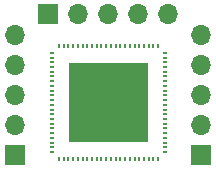
<source format=gbs>
%TF.GenerationSoftware,KiCad,Pcbnew,(5.1.9)-1*%
%TF.CreationDate,2021-08-06T11:33:52+02:00*%
%TF.ProjectId,PumpkinPi,50756d70-6b69-46e5-9069-2e6b69636164,rev?*%
%TF.SameCoordinates,Original*%
%TF.FileFunction,Soldermask,Bot*%
%TF.FilePolarity,Negative*%
%FSLAX46Y46*%
G04 Gerber Fmt 4.6, Leading zero omitted, Abs format (unit mm)*
G04 Created by KiCad (PCBNEW (5.1.9)-1) date 2021-08-06 11:33:52*
%MOMM*%
%LPD*%
G01*
G04 APERTURE LIST*
%ADD10R,1.700000X1.700000*%
%ADD11O,1.700000X1.700000*%
%ADD12O,0.400000X0.200000*%
%ADD13O,0.200000X0.400000*%
%ADD14R,1.685000X1.685000*%
G04 APERTURE END LIST*
D10*
%TO.C,J4*%
X114046000Y-98679000D03*
D11*
X114046000Y-96139000D03*
X114046000Y-93599000D03*
X114046000Y-91059000D03*
X114046000Y-88519000D03*
%TD*%
%TO.C,J5*%
X111252000Y-86741000D03*
X108712000Y-86741000D03*
X106172000Y-86741000D03*
X103632000Y-86741000D03*
D10*
X101092000Y-86741000D03*
%TD*%
%TO.C,J6*%
X98298000Y-98679000D03*
D11*
X98298000Y-96139000D03*
X98298000Y-93599000D03*
X98298000Y-91059000D03*
X98298000Y-88519000D03*
%TD*%
D12*
%TO.C,U1*%
X101400000Y-98434000D03*
X101400000Y-98034000D03*
X101400000Y-97634000D03*
X101400000Y-97234000D03*
X101400000Y-96834000D03*
X101400000Y-96434000D03*
X101400000Y-96034000D03*
X101400000Y-95634000D03*
X101400000Y-95234000D03*
X101400000Y-94834000D03*
X101400000Y-94434000D03*
X101400000Y-94034000D03*
X101400000Y-93634000D03*
X101400000Y-93234000D03*
X101400000Y-92834000D03*
X101400000Y-92434000D03*
X101400000Y-92034000D03*
X101400000Y-91634000D03*
X101400000Y-91234000D03*
X101400000Y-90834000D03*
X101400000Y-90434000D03*
X101400000Y-90034000D03*
D13*
X102000000Y-89434000D03*
X102400000Y-89434000D03*
X102800000Y-89434000D03*
X103200000Y-89434000D03*
X103600000Y-89434000D03*
X104000000Y-89434000D03*
X104400000Y-89434000D03*
X104800000Y-89434000D03*
X105200000Y-89434000D03*
X105600000Y-89434000D03*
X106000000Y-89434000D03*
X106400000Y-89434000D03*
X106800000Y-89434000D03*
X107200000Y-89434000D03*
X107600000Y-89434000D03*
X108000000Y-89434000D03*
X108400000Y-89434000D03*
X108800000Y-89434000D03*
X109200000Y-89434000D03*
X109600000Y-89434000D03*
X110000000Y-89434000D03*
X110400000Y-89434000D03*
D12*
X111000000Y-90034000D03*
X111000000Y-90434000D03*
X111000000Y-90834000D03*
X111000000Y-91234000D03*
X111000000Y-91634000D03*
X111000000Y-92034000D03*
X111000000Y-92434000D03*
X111000000Y-92834000D03*
X111000000Y-93234000D03*
X111000000Y-93634000D03*
X111000000Y-94034000D03*
X111000000Y-94434000D03*
X111000000Y-94834000D03*
X111000000Y-95234000D03*
X111000000Y-95634000D03*
X111000000Y-96034000D03*
X111000000Y-96434000D03*
X111000000Y-96834000D03*
X111000000Y-97234000D03*
X111000000Y-97634000D03*
X111000000Y-98034000D03*
X111000000Y-98434000D03*
D13*
X110400000Y-99034000D03*
X110000000Y-99034000D03*
X109600000Y-99034000D03*
X109200000Y-99034000D03*
X108800000Y-99034000D03*
X108400000Y-99034000D03*
X108000000Y-99034000D03*
X107600000Y-99034000D03*
X107200000Y-99034000D03*
X106800000Y-99034000D03*
X106400000Y-99034000D03*
X106000000Y-99034000D03*
X105600000Y-99034000D03*
X105200000Y-99034000D03*
X104800000Y-99034000D03*
X104400000Y-99034000D03*
X104000000Y-99034000D03*
X103600000Y-99034000D03*
X103200000Y-99034000D03*
X102800000Y-99034000D03*
X102400000Y-99034000D03*
X102000000Y-99034000D03*
D14*
X103672500Y-96761500D03*
X103672500Y-95076500D03*
X103672500Y-93391500D03*
X103672500Y-91706500D03*
X105357500Y-96761500D03*
X105357500Y-95076500D03*
X105357500Y-93391500D03*
X105357500Y-91706500D03*
X107042500Y-96761500D03*
X107042500Y-95076500D03*
X107042500Y-93391500D03*
X107042500Y-91706500D03*
X108727500Y-96761500D03*
X108727500Y-95076500D03*
X108727500Y-93391500D03*
X108727500Y-91706500D03*
%TD*%
M02*

</source>
